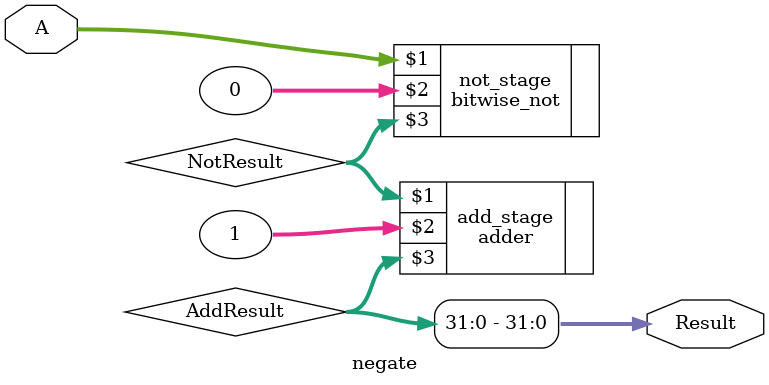
<source format=v>
module negate(
    input wire [31:0] A,
    output wire [31:0] Result
);
    
    wire [31:0] NotResult;
    wire [63:0] AddResult;

    bitwise_not not_stage(A, 32'd0, NotResult[31:0]);
    adder add_stage(NotResult, 32'd1, AddResult);
    assign Result = AddResult[31:0];
endmodule

</source>
